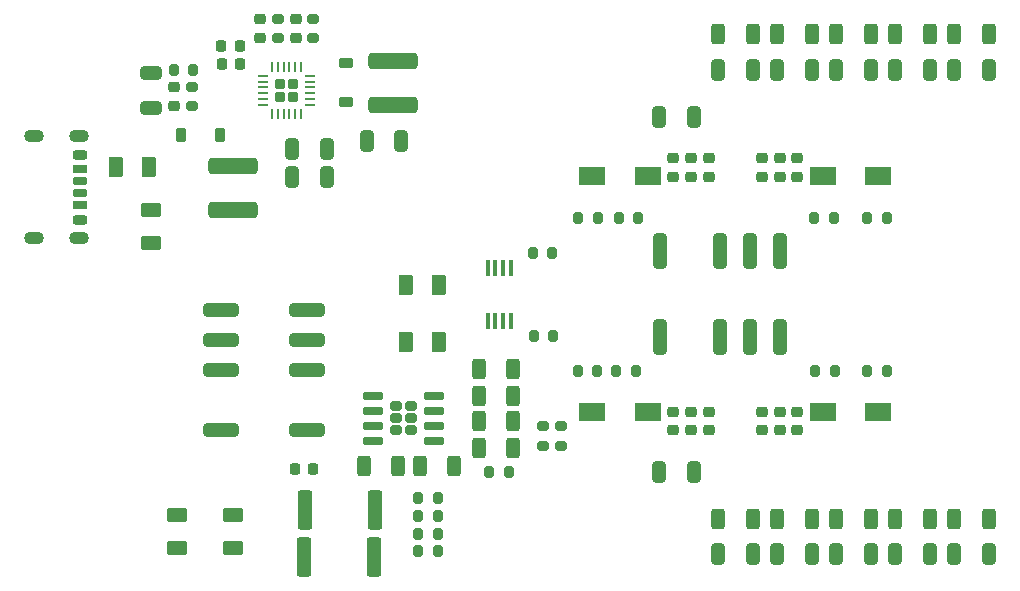
<source format=gbr>
%TF.GenerationSoftware,KiCad,Pcbnew,9.0.0*%
%TF.CreationDate,2025-04-26T17:32:35+02:00*%
%TF.ProjectId,Differential_Probe,44696666-6572-4656-9e74-69616c5f5072,rev?*%
%TF.SameCoordinates,Original*%
%TF.FileFunction,Paste,Top*%
%TF.FilePolarity,Positive*%
%FSLAX46Y46*%
G04 Gerber Fmt 4.6, Leading zero omitted, Abs format (unit mm)*
G04 Created by KiCad (PCBNEW 9.0.0) date 2025-04-26 17:32:35*
%MOMM*%
%LPD*%
G01*
G04 APERTURE LIST*
G04 Aperture macros list*
%AMRoundRect*
0 Rectangle with rounded corners*
0 $1 Rounding radius*
0 $2 $3 $4 $5 $6 $7 $8 $9 X,Y pos of 4 corners*
0 Add a 4 corners polygon primitive as box body*
4,1,4,$2,$3,$4,$5,$6,$7,$8,$9,$2,$3,0*
0 Add four circle primitives for the rounded corners*
1,1,$1+$1,$2,$3*
1,1,$1+$1,$4,$5*
1,1,$1+$1,$6,$7*
1,1,$1+$1,$8,$9*
0 Add four rect primitives between the rounded corners*
20,1,$1+$1,$2,$3,$4,$5,0*
20,1,$1+$1,$4,$5,$6,$7,0*
20,1,$1+$1,$6,$7,$8,$9,0*
20,1,$1+$1,$8,$9,$2,$3,0*%
%AMFreePoly0*
4,1,25,0.251037,0.433748,0.282717,0.409439,0.409439,0.282717,0.449030,0.214145,0.454242,0.174554,0.454242,-0.174554,0.433748,-0.251037,0.409439,-0.282717,0.282717,-0.409439,0.214145,-0.449030,0.174554,-0.454242,-0.174554,-0.454242,-0.251037,-0.433748,-0.282717,-0.409439,-0.409439,-0.282717,-0.449030,-0.214145,-0.454242,-0.174554,-0.454242,0.174554,-0.433748,0.251037,-0.409439,0.282717,
-0.282717,0.409439,-0.214145,0.449030,-0.174554,0.454242,0.174554,0.454242,0.251037,0.433748,0.251037,0.433748,$1*%
G04 Aperture macros list end*
%ADD10RoundRect,0.250000X0.325000X0.650000X-0.325000X0.650000X-0.325000X-0.650000X0.325000X-0.650000X0*%
%ADD11RoundRect,0.200000X0.200000X0.275000X-0.200000X0.275000X-0.200000X-0.275000X0.200000X-0.275000X0*%
%ADD12RoundRect,0.200000X0.275000X-0.200000X0.275000X0.200000X-0.275000X0.200000X-0.275000X-0.200000X0*%
%ADD13RoundRect,0.249750X1.250250X-0.305250X1.250250X0.305250X-1.250250X0.305250X-1.250250X-0.305250X0*%
%ADD14RoundRect,0.225000X0.250000X-0.225000X0.250000X0.225000X-0.250000X0.225000X-0.250000X-0.225000X0*%
%ADD15RoundRect,0.200000X-0.200000X-0.275000X0.200000X-0.275000X0.200000X0.275000X-0.200000X0.275000X0*%
%ADD16RoundRect,0.250000X0.362500X1.425000X-0.362500X1.425000X-0.362500X-1.425000X0.362500X-1.425000X0*%
%ADD17RoundRect,0.250000X-0.312500X-0.625000X0.312500X-0.625000X0.312500X0.625000X-0.312500X0.625000X0*%
%ADD18RoundRect,0.250000X0.312500X0.625000X-0.312500X0.625000X-0.312500X-0.625000X0.312500X-0.625000X0*%
%ADD19RoundRect,0.250000X0.650000X-0.325000X0.650000X0.325000X-0.650000X0.325000X-0.650000X-0.325000X0*%
%ADD20FreePoly0,90.000000*%
%ADD21RoundRect,0.062500X0.062500X-0.325000X0.062500X0.325000X-0.062500X0.325000X-0.062500X-0.325000X0*%
%ADD22RoundRect,0.062500X0.325000X-0.062500X0.325000X0.062500X-0.325000X0.062500X-0.325000X-0.062500X0*%
%ADD23RoundRect,0.250000X-0.625000X0.375000X-0.625000X-0.375000X0.625000X-0.375000X0.625000X0.375000X0*%
%ADD24RoundRect,0.250000X-0.325000X-0.650000X0.325000X-0.650000X0.325000X0.650000X-0.325000X0.650000X0*%
%ADD25R,2.300000X1.600000*%
%ADD26RoundRect,0.225000X0.225000X0.250000X-0.225000X0.250000X-0.225000X-0.250000X0.225000X-0.250000X0*%
%ADD27RoundRect,0.249750X-0.305250X-1.250250X0.305250X-1.250250X0.305250X1.250250X-0.305250X1.250250X0*%
%ADD28RoundRect,0.250000X-0.375000X-0.625000X0.375000X-0.625000X0.375000X0.625000X-0.375000X0.625000X0*%
%ADD29R,0.450000X1.450000*%
%ADD30RoundRect,0.250000X0.625000X-0.375000X0.625000X0.375000X-0.625000X0.375000X-0.625000X-0.375000X0*%
%ADD31RoundRect,0.225000X-0.225000X-0.250000X0.225000X-0.250000X0.225000X0.250000X-0.225000X0.250000X0*%
%ADD32RoundRect,0.350000X1.750000X-0.350000X1.750000X0.350000X-1.750000X0.350000X-1.750000X-0.350000X0*%
%ADD33RoundRect,0.225000X-0.225000X-0.375000X0.225000X-0.375000X0.225000X0.375000X-0.225000X0.375000X0*%
%ADD34RoundRect,0.225000X-0.375000X0.225000X-0.375000X-0.225000X0.375000X-0.225000X0.375000X0.225000X0*%
%ADD35RoundRect,0.175000X-0.425000X0.175000X-0.425000X-0.175000X0.425000X-0.175000X0.425000X0.175000X0*%
%ADD36RoundRect,0.190000X0.410000X-0.190000X0.410000X0.190000X-0.410000X0.190000X-0.410000X-0.190000X0*%
%ADD37RoundRect,0.200000X0.400000X-0.200000X0.400000X0.200000X-0.400000X0.200000X-0.400000X-0.200000X0*%
%ADD38RoundRect,0.175000X0.425000X-0.175000X0.425000X0.175000X-0.425000X0.175000X-0.425000X-0.175000X0*%
%ADD39RoundRect,0.190000X-0.410000X0.190000X-0.410000X-0.190000X0.410000X-0.190000X0.410000X0.190000X0*%
%ADD40RoundRect,0.200000X-0.400000X0.200000X-0.400000X-0.200000X0.400000X-0.200000X0.400000X0.200000X0*%
%ADD41O,1.700000X1.100000*%
%ADD42RoundRect,0.207500X0.277500X0.207500X-0.277500X0.207500X-0.277500X-0.207500X0.277500X-0.207500X0*%
%ADD43RoundRect,0.150000X0.737500X0.150000X-0.737500X0.150000X-0.737500X-0.150000X0.737500X-0.150000X0*%
G04 APERTURE END LIST*
D10*
%TO.C,C115*%
X178475000Y-147000000D03*
X175525000Y-147000000D03*
%TD*%
D11*
%TO.C,R172*%
X136825000Y-143750000D03*
X135175000Y-143750000D03*
%TD*%
D12*
%TO.C,R169*%
X145750000Y-137825000D03*
X145750000Y-136175000D03*
%TD*%
D13*
%TO.C,K102*%
X125730000Y-136505000D03*
X125730000Y-131425000D03*
X125730000Y-128885000D03*
X125730000Y-126345000D03*
X118440000Y-126345000D03*
X118440000Y-128885000D03*
X118440000Y-131425000D03*
X118440000Y-136505000D03*
%TD*%
D14*
%TO.C,C110*%
X164260000Y-136525000D03*
X164260000Y-134975000D03*
%TD*%
D12*
%TO.C,R170*%
X147250000Y-137825000D03*
X147250000Y-136175000D03*
%TD*%
D15*
%TO.C,R138*%
X144925000Y-128510000D03*
X146575000Y-128510000D03*
%TD*%
D16*
%TO.C,R139*%
X131425000Y-147250000D03*
X125500000Y-147250000D03*
%TD*%
D14*
%TO.C,C120*%
X158250000Y-115025000D03*
X158250000Y-113475000D03*
%TD*%
%TO.C,C141*%
X121762500Y-103262500D03*
X121762500Y-101712500D03*
%TD*%
D17*
%TO.C,R159*%
X140287500Y-138000000D03*
X143212500Y-138000000D03*
%TD*%
D18*
%TO.C,R107*%
X173462500Y-103000000D03*
X170537500Y-103000000D03*
%TD*%
%TO.C,R115*%
X178462500Y-144000000D03*
X175537500Y-144000000D03*
%TD*%
D14*
%TO.C,C112*%
X167260000Y-136525000D03*
X167260000Y-134975000D03*
%TD*%
D17*
%TO.C,R156*%
X140287500Y-135750000D03*
X143212500Y-135750000D03*
%TD*%
D14*
%TO.C,C119*%
X156750000Y-115025000D03*
X156750000Y-113475000D03*
%TD*%
D16*
%TO.C,R136*%
X131462500Y-143250000D03*
X125537500Y-143250000D03*
%TD*%
D12*
%TO.C,R133*%
X123262500Y-103312500D03*
X123262500Y-101662500D03*
%TD*%
D18*
%TO.C,R106*%
X178462500Y-103000000D03*
X175537500Y-103000000D03*
%TD*%
D19*
%TO.C,C138*%
X112512500Y-109212500D03*
X112512500Y-106262500D03*
%TD*%
D20*
%TO.C,U102*%
X123440000Y-108297500D03*
X124560000Y-108297500D03*
X123440000Y-107177500D03*
X124560000Y-107177500D03*
D21*
X122750000Y-109725000D03*
X123250000Y-109725000D03*
X123750000Y-109725000D03*
X124250000Y-109725000D03*
X124750000Y-109725000D03*
X125250000Y-109725000D03*
D22*
X125987500Y-108987500D03*
X125987500Y-108487500D03*
X125987500Y-107987500D03*
X125987500Y-107487500D03*
X125987500Y-106987500D03*
X125987500Y-106487500D03*
D21*
X125250000Y-105750000D03*
X124750000Y-105750000D03*
X124250000Y-105750000D03*
X123750000Y-105750000D03*
X123250000Y-105750000D03*
X122750000Y-105750000D03*
D22*
X122012500Y-106487500D03*
X122012500Y-106987500D03*
X122012500Y-107487500D03*
X122012500Y-107987500D03*
X122012500Y-108487500D03*
X122012500Y-108987500D03*
%TD*%
D23*
%TO.C,D111*%
X119500000Y-143650000D03*
X119500000Y-146450000D03*
%TD*%
D15*
%TO.C,R168*%
X135175000Y-146750000D03*
X136825000Y-146750000D03*
%TD*%
D24*
%TO.C,C114*%
X180525000Y-147000000D03*
X183475000Y-147000000D03*
%TD*%
D14*
%TO.C,C123*%
X156760000Y-136525000D03*
X156760000Y-134975000D03*
%TD*%
D10*
%TO.C,R113*%
X158475000Y-140000000D03*
X155525000Y-140000000D03*
%TD*%
D14*
%TO.C,C142*%
X124762500Y-103262500D03*
X124762500Y-101712500D03*
%TD*%
D18*
%TO.C,R116*%
X173462500Y-144000000D03*
X170537500Y-144000000D03*
%TD*%
D25*
%TO.C,C104*%
X169400000Y-115000000D03*
X174100000Y-115000000D03*
%TD*%
D14*
%TO.C,C103*%
X164250000Y-115025000D03*
X164250000Y-113475000D03*
%TD*%
D26*
%TO.C,C151*%
X126275000Y-139750000D03*
X124725000Y-139750000D03*
%TD*%
D11*
%TO.C,R132*%
X116087500Y-105987500D03*
X114437500Y-105987500D03*
%TD*%
D24*
%TO.C,C105*%
X180525000Y-106000000D03*
X183475000Y-106000000D03*
%TD*%
D27*
%TO.C,K101*%
X155650000Y-128645000D03*
X160730000Y-128645000D03*
X163270000Y-128645000D03*
X165810000Y-128645000D03*
X165810000Y-121355000D03*
X163270000Y-121355000D03*
X160730000Y-121355000D03*
X155650000Y-121355000D03*
%TD*%
D25*
%TO.C,C122*%
X154600000Y-115000000D03*
X149900000Y-115000000D03*
%TD*%
D10*
%TO.C,C106*%
X178475000Y-106000000D03*
X175525000Y-106000000D03*
%TD*%
D14*
%TO.C,C101*%
X167250000Y-115025000D03*
X167250000Y-113475000D03*
%TD*%
D28*
%TO.C,F101*%
X109600000Y-114250000D03*
X112400000Y-114250000D03*
%TD*%
D18*
%TO.C,R117*%
X168462500Y-144000000D03*
X165537500Y-144000000D03*
%TD*%
%TO.C,R109*%
X163462500Y-103000000D03*
X160537500Y-103000000D03*
%TD*%
D17*
%TO.C,R145*%
X140287500Y-133570000D03*
X143212500Y-133570000D03*
%TD*%
D29*
%TO.C,IC101*%
X142975000Y-122775000D03*
X142325000Y-122775000D03*
X141675000Y-122775000D03*
X141025000Y-122775000D03*
X141025000Y-127225000D03*
X141675000Y-127225000D03*
X142325000Y-127225000D03*
X142975000Y-127225000D03*
%TD*%
D15*
%TO.C,R120*%
X148712500Y-118500000D03*
X150362500Y-118500000D03*
%TD*%
D10*
%TO.C,C117*%
X168475000Y-147000000D03*
X165525000Y-147000000D03*
%TD*%
D14*
%TO.C,C124*%
X158260000Y-136525000D03*
X158260000Y-134975000D03*
%TD*%
D18*
%TO.C,R114*%
X183462500Y-144000000D03*
X180537500Y-144000000D03*
%TD*%
D11*
%TO.C,R123*%
X150325000Y-131500000D03*
X148675000Y-131500000D03*
%TD*%
D15*
%TO.C,R142*%
X141175000Y-140000000D03*
X142825000Y-140000000D03*
%TD*%
D30*
%TO.C,D112*%
X112500000Y-120650000D03*
X112500000Y-117850000D03*
%TD*%
D11*
%TO.C,R104*%
X174825000Y-118500000D03*
X173175000Y-118500000D03*
%TD*%
D24*
%TO.C,R112*%
X155525000Y-110000000D03*
X158475000Y-110000000D03*
%TD*%
D12*
%TO.C,R135*%
X126262500Y-103312500D03*
X126262500Y-101662500D03*
%TD*%
D15*
%TO.C,R119*%
X152137500Y-118500000D03*
X153787500Y-118500000D03*
%TD*%
D11*
%TO.C,R103*%
X170325000Y-118500000D03*
X168675000Y-118500000D03*
%TD*%
D17*
%TO.C,R144*%
X135287500Y-139500000D03*
X138212500Y-139500000D03*
%TD*%
D28*
%TO.C,D101*%
X134100000Y-129000000D03*
X136900000Y-129000000D03*
%TD*%
D11*
%TO.C,R126*%
X153575000Y-131500000D03*
X151925000Y-131500000D03*
%TD*%
D10*
%TO.C,C118*%
X163475000Y-147000000D03*
X160525000Y-147000000D03*
%TD*%
D14*
%TO.C,C125*%
X159750000Y-136525000D03*
X159750000Y-134975000D03*
%TD*%
D15*
%TO.C,R171*%
X135175000Y-142250000D03*
X136825000Y-142250000D03*
%TD*%
D10*
%TO.C,C107*%
X173475000Y-106000000D03*
X170525000Y-106000000D03*
%TD*%
D11*
%TO.C,R167*%
X136825000Y-145250000D03*
X135175000Y-145250000D03*
%TD*%
D25*
%TO.C,C126*%
X149900000Y-135000000D03*
X154600000Y-135000000D03*
%TD*%
D12*
%TO.C,R131*%
X116012500Y-109062500D03*
X116012500Y-107412500D03*
%TD*%
D14*
%TO.C,C102*%
X165750000Y-115025000D03*
X165750000Y-113475000D03*
%TD*%
D28*
%TO.C,D113*%
X134100000Y-124200000D03*
X136900000Y-124200000D03*
%TD*%
D10*
%TO.C,C116*%
X173475000Y-147000000D03*
X170525000Y-147000000D03*
%TD*%
D31*
%TO.C,C147*%
X118487500Y-103987500D03*
X120037500Y-103987500D03*
%TD*%
D24*
%TO.C,C145*%
X130775000Y-112000000D03*
X133725000Y-112000000D03*
%TD*%
D18*
%TO.C,R108*%
X168462500Y-103000000D03*
X165537500Y-103000000D03*
%TD*%
D32*
%TO.C,L101*%
X119500000Y-117850000D03*
X119500000Y-114150000D03*
%TD*%
D33*
%TO.C,D108*%
X115100000Y-111500000D03*
X118400000Y-111500000D03*
%TD*%
D25*
%TO.C,C113*%
X174100000Y-135000000D03*
X169400000Y-135000000D03*
%TD*%
D32*
%TO.C,L102*%
X133000000Y-108947500D03*
X133000000Y-105247500D03*
%TD*%
D18*
%TO.C,R141*%
X143212500Y-131320000D03*
X140287500Y-131320000D03*
%TD*%
D10*
%TO.C,C140*%
X127427500Y-115067500D03*
X124477500Y-115067500D03*
%TD*%
D31*
%TO.C,C146*%
X118512500Y-105487500D03*
X120062500Y-105487500D03*
%TD*%
D10*
%TO.C,C108*%
X168475000Y-106000000D03*
X165525000Y-106000000D03*
%TD*%
D18*
%TO.C,R143*%
X133462500Y-139500000D03*
X130537500Y-139500000D03*
%TD*%
D11*
%TO.C,R137*%
X146500000Y-121500000D03*
X144850000Y-121500000D03*
%TD*%
D14*
%TO.C,C111*%
X165750000Y-136525000D03*
X165750000Y-134975000D03*
%TD*%
%TO.C,C139*%
X114512500Y-109012500D03*
X114512500Y-107462500D03*
%TD*%
D23*
%TO.C,D102*%
X114700000Y-143650000D03*
X114700000Y-146450000D03*
%TD*%
D15*
%TO.C,R111*%
X168750000Y-131500000D03*
X170400000Y-131500000D03*
%TD*%
D10*
%TO.C,C143*%
X127427500Y-112717500D03*
X124477500Y-112717500D03*
%TD*%
D34*
%TO.C,D109*%
X129000000Y-105377500D03*
X129000000Y-108677500D03*
%TD*%
D10*
%TO.C,C109*%
X163475000Y-106000000D03*
X160525000Y-106000000D03*
%TD*%
D18*
%TO.C,R118*%
X163462500Y-144000000D03*
X160537500Y-144000000D03*
%TD*%
D14*
%TO.C,C121*%
X159750000Y-115025000D03*
X159750000Y-113475000D03*
%TD*%
D35*
%TO.C,J104*%
X106530000Y-115430000D03*
D36*
X106530000Y-117450000D03*
D37*
X106530000Y-118680000D03*
D38*
X106530000Y-116430000D03*
D39*
X106530000Y-114410000D03*
D40*
X106530000Y-113180000D03*
D41*
X106450000Y-111610000D03*
X102650000Y-111610000D03*
X106450000Y-120250000D03*
X102650000Y-120250000D03*
%TD*%
D18*
%TO.C,R105*%
X183462500Y-103000000D03*
X180537500Y-103000000D03*
%TD*%
D15*
%TO.C,R110*%
X173175000Y-131500000D03*
X174825000Y-131500000D03*
%TD*%
D42*
%TO.C,U103*%
X134500000Y-136500000D03*
X134500000Y-135470000D03*
X134500000Y-134440000D03*
X133300000Y-136500000D03*
X133300000Y-135470000D03*
X133300000Y-134440000D03*
D43*
X136462500Y-137375000D03*
X136462500Y-136105000D03*
X136462500Y-134835000D03*
X136462500Y-133565000D03*
X131337500Y-133565000D03*
X131337500Y-134835000D03*
X131337500Y-136105000D03*
X131337500Y-137375000D03*
%TD*%
M02*

</source>
